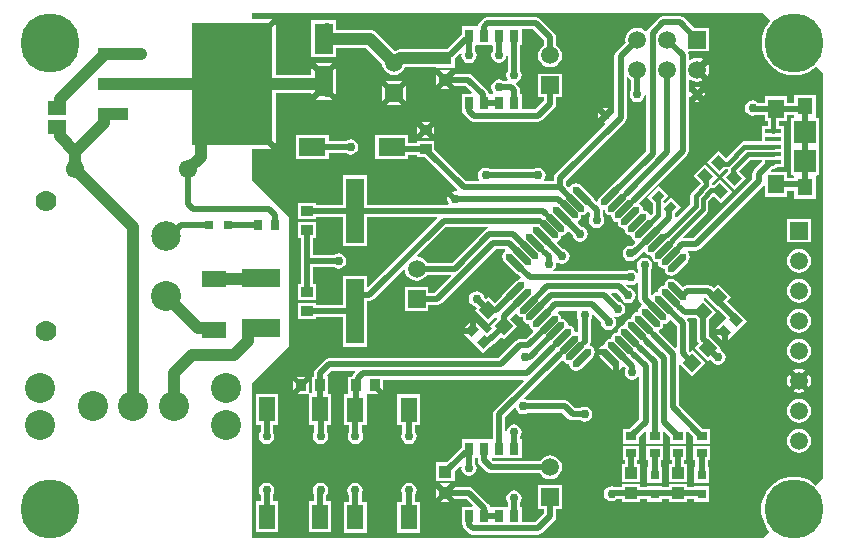
<source format=gtl>
G04*
G04 #@! TF.GenerationSoftware,Altium Limited,Altium Designer,19.0.12 (326)*
G04*
G04 Layer_Physical_Order=1*
G04 Layer_Color=255*
%FSLAX25Y25*%
%MOIN*%
G70*
G01*
G75*
%ADD45R,0.03937X0.03937*%
%ADD59R,0.08268X0.05512*%
%ADD60R,0.12598X0.05906*%
%ADD61R,0.05315X0.01575*%
%ADD62R,0.05512X0.06299*%
%ADD63R,0.05118X0.05709*%
%ADD64R,0.07480X0.07480*%
%ADD65R,0.06102X0.04921*%
%ADD66R,0.27165X0.41142*%
%ADD67R,0.10039X0.04134*%
%ADD68R,0.06299X0.10236*%
%ADD69R,0.02992X0.04331*%
%ADD70R,0.04331X0.04331*%
%ADD71R,0.03937X0.03543*%
G04:AMPARAMS|DCode=72|XSize=35.43mil|YSize=27.56mil|CornerRadius=0mil|HoleSize=0mil|Usage=FLASHONLY|Rotation=225.000|XOffset=0mil|YOffset=0mil|HoleType=Round|Shape=Rectangle|*
%AMROTATEDRECTD72*
4,1,4,0.00278,0.02227,0.02227,0.00278,-0.00278,-0.02227,-0.02227,-0.00278,0.00278,0.02227,0.0*
%
%ADD72ROTATEDRECTD72*%

G04:AMPARAMS|DCode=73|XSize=39.37mil|YSize=35.43mil|CornerRadius=0mil|HoleSize=0mil|Usage=FLASHONLY|Rotation=135.000|XOffset=0mil|YOffset=0mil|HoleType=Round|Shape=Rectangle|*
%AMROTATEDRECTD73*
4,1,4,0.02645,-0.00139,0.00139,-0.02645,-0.02645,0.00139,-0.00139,0.02645,0.02645,-0.00139,0.0*
%
%ADD73ROTATEDRECTD73*%

G04:AMPARAMS|DCode=74|XSize=35.43mil|YSize=31.5mil|CornerRadius=0mil|HoleSize=0mil|Usage=FLASHONLY|Rotation=315.000|XOffset=0mil|YOffset=0mil|HoleType=Round|Shape=Rectangle|*
%AMROTATEDRECTD74*
4,1,4,-0.02366,0.00139,-0.00139,0.02366,0.02366,-0.00139,0.00139,-0.02366,-0.02366,0.00139,0.0*
%
%ADD74ROTATEDRECTD74*%

%ADD75P,0.06125X4X180.0*%
%ADD76P,0.06125X4X90.0*%
G04:AMPARAMS|DCode=77|XSize=35.43mil|YSize=31.5mil|CornerRadius=0mil|HoleSize=0mil|Usage=FLASHONLY|Rotation=225.000|XOffset=0mil|YOffset=0mil|HoleType=Round|Shape=Rectangle|*
%AMROTATEDRECTD77*
4,1,4,0.00139,0.02366,0.02366,0.00139,-0.00139,-0.02366,-0.02366,-0.00139,0.00139,0.02366,0.0*
%
%ADD77ROTATEDRECTD77*%

%ADD78R,0.03543X0.03937*%
%ADD79R,0.02756X0.03543*%
%ADD80R,0.03150X0.03150*%
%ADD81R,0.03150X0.03150*%
%ADD82R,0.05500X0.08300*%
%ADD83R,0.03543X0.02756*%
%ADD84R,0.05906X0.21654*%
%ADD85R,0.09055X0.05906*%
G04:AMPARAMS|DCode=86|XSize=23.62mil|YSize=80.71mil|CornerRadius=0mil|HoleSize=0mil|Usage=FLASHONLY|Rotation=225.000|XOffset=0mil|YOffset=0mil|HoleType=Round|Shape=Round|*
%AMOVALD86*
21,1,0.05709,0.02362,0.00000,0.00000,315.0*
1,1,0.02362,-0.02018,0.02018*
1,1,0.02362,0.02018,-0.02018*
%
%ADD86OVALD86*%

G04:AMPARAMS|DCode=87|XSize=23.62mil|YSize=80.71mil|CornerRadius=0mil|HoleSize=0mil|Usage=FLASHONLY|Rotation=315.000|XOffset=0mil|YOffset=0mil|HoleType=Round|Shape=Round|*
%AMOVALD87*
21,1,0.05709,0.02362,0.00000,0.00000,45.0*
1,1,0.02362,-0.02018,-0.02018*
1,1,0.02362,0.02018,0.02018*
%
%ADD87OVALD87*%

%ADD88C,0.02000*%
%ADD89C,0.01575*%
%ADD90C,0.04000*%
%ADD91C,0.01500*%
%ADD92C,0.10000*%
%ADD93C,0.09843*%
%ADD94C,0.07000*%
%ADD95C,0.19685*%
%ADD96R,0.05906X0.05906*%
%ADD97C,0.05906*%
%ADD98C,0.06102*%
%ADD99R,0.05906X0.05906*%
%ADD100C,0.03000*%
G36*
X252984Y175612D02*
X252144Y174629D01*
X251252Y173174D01*
X250599Y171597D01*
X250201Y169938D01*
X250067Y168236D01*
X250201Y166535D01*
X250599Y164875D01*
X251252Y163299D01*
X252144Y161844D01*
X253253Y160546D01*
X254550Y159437D01*
X256005Y158546D01*
X257582Y157893D01*
X259242Y157494D01*
X260943Y157360D01*
X262645Y157494D01*
X264304Y157893D01*
X265881Y158546D01*
X267336Y159437D01*
X268319Y160277D01*
X270510Y158086D01*
Y23000D01*
X268161Y20651D01*
X267139Y21523D01*
X265684Y22415D01*
X264107Y23068D01*
X262448Y23467D01*
X260746Y23600D01*
X259045Y23467D01*
X257385Y23068D01*
X255809Y22415D01*
X254353Y21523D01*
X253056Y20415D01*
X251947Y19117D01*
X251056Y17662D01*
X250402Y16085D01*
X250004Y14426D01*
X249870Y12724D01*
X250004Y11023D01*
X250402Y9364D01*
X251056Y7787D01*
X251947Y6332D01*
X252820Y5310D01*
X250510Y3000D01*
X80010D01*
Y54510D01*
X92510Y67010D01*
Y110000D01*
X80010Y122500D01*
Y132929D01*
X85947D01*
X86144Y132890D01*
X86341Y132929D01*
X86730D01*
X72854Y146805D01*
X74268Y148219D01*
X88144Y134343D01*
Y134732D01*
X88183Y134929D01*
X88144Y135126D01*
Y151474D01*
X99860D01*
Y150709D01*
X103303Y154152D01*
X104010Y153445D01*
X104717Y154152D01*
X108160Y150709D01*
Y152099D01*
X108186Y152295D01*
X108160Y152492D01*
Y160117D01*
X104717Y156675D01*
X104010Y157382D01*
X103303Y156675D01*
X99860Y160117D01*
Y157526D01*
X88144D01*
Y174657D01*
X74268Y160781D01*
X72854Y162195D01*
X86730Y176071D01*
X80010D01*
Y178000D01*
X250596D01*
X252984Y175612D01*
D02*
G37*
%LPC*%
G36*
X222945Y177039D02*
X217335D01*
X216554Y176884D01*
X215893Y176442D01*
X212248Y172797D01*
X211934Y172327D01*
X211794Y172267D01*
X211405Y172216D01*
X211316Y172234D01*
X210636Y172756D01*
X209674Y173154D01*
X208642Y173290D01*
X207610Y173154D01*
X206649Y172756D01*
X205823Y172122D01*
X205190Y171297D01*
X204791Y170335D01*
X204655Y169303D01*
X204784Y168328D01*
X201568Y165113D01*
X201126Y164451D01*
X200971Y163671D01*
Y144492D01*
X200471Y144443D01*
X200371Y144947D01*
X198717Y143293D01*
X197064Y141639D01*
X197681Y141516D01*
X197846Y140974D01*
X181314Y124442D01*
X180872Y123780D01*
X180716Y123000D01*
Y122156D01*
X177886D01*
X177619Y122656D01*
X177865Y123025D01*
X178059Y124000D01*
X177865Y124976D01*
X177312Y125802D01*
X176485Y126355D01*
X175510Y126549D01*
X174534Y126355D01*
X174062Y126039D01*
X159458D01*
X158985Y126355D01*
X158010Y126549D01*
X157035Y126355D01*
X156208Y125802D01*
X155655Y124976D01*
X155461Y124000D01*
X155655Y123025D01*
X155901Y122656D01*
X155634Y122156D01*
X151588D01*
X140979Y132766D01*
Y135622D01*
X135041D01*
Y134890D01*
X132227D01*
Y137453D01*
X121171D01*
Y129547D01*
X132227D01*
Y130811D01*
X135041D01*
Y130079D01*
X137898D01*
X148720Y119256D01*
X148706Y119142D01*
X148151Y118742D01*
X147708Y118830D01*
X146762Y118642D01*
X148415Y116988D01*
X147001Y115574D01*
X145348Y117228D01*
X145159Y116281D01*
X145353Y115306D01*
X145710Y114771D01*
X145443Y114271D01*
X118463D01*
Y124059D01*
X110557D01*
Y114170D01*
X101479D01*
Y114903D01*
X95542D01*
Y109359D01*
X101479D01*
Y110092D01*
X110557D01*
Y100406D01*
X118463D01*
Y110193D01*
X141721D01*
X141912Y109731D01*
X118925Y86744D01*
X118463Y86935D01*
Y90595D01*
X110557D01*
Y80890D01*
X101479D01*
Y81622D01*
X95542D01*
Y76079D01*
X101479D01*
Y76811D01*
X110557D01*
Y66941D01*
X118463D01*
Y82187D01*
X119291D01*
X120071Y82342D01*
X120733Y82784D01*
X130562Y92613D01*
X131090Y92434D01*
X131159Y91909D01*
X131557Y90948D01*
X132191Y90122D01*
X133017Y89488D01*
X133978Y89090D01*
X135010Y88954D01*
X136042Y89090D01*
X137003Y89488D01*
X137829Y90122D01*
X138428Y90902D01*
X146375D01*
X146566Y90440D01*
X141106Y84980D01*
X138963D01*
Y86894D01*
X131057D01*
Y78988D01*
X138963D01*
Y80902D01*
X141951D01*
X142731Y81057D01*
X143393Y81499D01*
X161355Y99461D01*
X164457D01*
X164637Y99241D01*
X164541Y98612D01*
X164320Y98464D01*
X163838Y97743D01*
X163669Y96892D01*
X163838Y96041D01*
X164320Y95319D01*
X168357Y91283D01*
X169078Y90801D01*
X169106Y90795D01*
X169772Y90129D01*
X169607Y89587D01*
X169078Y89481D01*
X168357Y88999D01*
X164320Y84963D01*
X163992Y84471D01*
X163463Y83942D01*
X163265Y83647D01*
X161053Y81434D01*
X159004Y83482D01*
X158208Y82686D01*
X157461Y83433D01*
X157365Y83916D01*
X156812Y84743D01*
X155985Y85296D01*
X155010Y85490D01*
X154034Y85296D01*
X153208Y84743D01*
X152655Y83916D01*
X152461Y82941D01*
X152655Y81966D01*
X153208Y81138D01*
X154034Y80586D01*
X154666Y80461D01*
X155324Y79802D01*
X154528Y79005D01*
X159004Y74529D01*
X161186Y76710D01*
X161691Y76509D01*
X161701Y76156D01*
X159539Y73994D01*
X160335Y73198D01*
X158783Y71646D01*
X158283D01*
X157470Y72460D01*
X157244Y72685D01*
X154701Y75229D01*
Y72588D01*
X153422D01*
Y71310D01*
X150781D01*
X153325Y68766D01*
X153550Y68540D01*
X153776Y68315D01*
X157319Y64771D01*
X159546Y66998D01*
X159713Y67109D01*
X160069Y67465D01*
X160170Y67485D01*
X160831Y67927D01*
X163219Y70314D01*
X164015Y69518D01*
X168492Y73994D01*
X166164Y76323D01*
X167839Y77998D01*
X168429Y77881D01*
X168774Y77363D01*
X169496Y76881D01*
X170347Y76712D01*
X170350Y76709D01*
X170519Y75858D01*
X171002Y75136D01*
X171723Y74654D01*
X172574Y74485D01*
X172577Y74482D01*
X172747Y73631D01*
X173229Y72909D01*
X173746Y72563D01*
X173863Y71973D01*
X171429Y69539D01*
X169510D01*
X168730Y69384D01*
X168068Y68942D01*
X162165Y63039D01*
X105860D01*
X105080Y62884D01*
X104418Y62442D01*
X101418Y59442D01*
X100976Y58780D01*
X100821Y58000D01*
Y56968D01*
X100088D01*
Y51610D01*
X99832Y51354D01*
X99521Y51407D01*
X99332Y51492D01*
Y55554D01*
X97268Y53490D01*
X96561Y54197D01*
X96364Y54000D01*
X97268Y53096D01*
X95203Y51032D01*
X98926D01*
X99110Y51032D01*
X99110Y50849D01*
Y40957D01*
X100971D01*
Y38448D01*
X100655Y37975D01*
X100461Y37000D01*
X100655Y36025D01*
X101208Y35198D01*
X102034Y34645D01*
X103010Y34451D01*
X103985Y34645D01*
X104812Y35198D01*
X105365Y36025D01*
X105559Y37000D01*
X105365Y37975D01*
X105049Y38448D01*
Y40957D01*
X106610D01*
Y51257D01*
X105632D01*
Y56968D01*
X105419D01*
X105212Y57468D01*
X106705Y58961D01*
X114434D01*
X114625Y58499D01*
X114190Y58064D01*
X113748Y57402D01*
X113662Y56968D01*
X112089D01*
Y51103D01*
X110910D01*
Y40803D01*
X112621D01*
Y38448D01*
X112305Y37975D01*
X112111Y37000D01*
X112305Y36025D01*
X112858Y35198D01*
X113684Y34645D01*
X114660Y34451D01*
X115635Y34645D01*
X116462Y35198D01*
X117015Y36025D01*
X117209Y37000D01*
X117015Y37975D01*
X116699Y38448D01*
Y40803D01*
X118410D01*
Y51032D01*
X122517D01*
X120452Y53096D01*
X121867Y54510D01*
X123931Y52446D01*
Y55961D01*
X170560D01*
X170751Y55499D01*
X161068Y45816D01*
X160626Y45154D01*
X160471Y44374D01*
Y36191D01*
X160006Y36106D01*
X159514Y36106D01*
X155506D01*
X155014Y36106D01*
X154514Y36106D01*
X150014D01*
Y33292D01*
X149903Y33217D01*
X145114Y28429D01*
X141345D01*
Y22098D01*
X147675D01*
Y25223D01*
X149575Y27122D01*
X150036Y26876D01*
X149961Y26500D01*
X150155Y25525D01*
X150708Y24698D01*
X151534Y24145D01*
X152510Y23951D01*
X153485Y24145D01*
X154312Y24698D01*
X154865Y25525D01*
X155059Y26500D01*
X154865Y27476D01*
X154549Y27948D01*
Y29691D01*
X155010Y29775D01*
X155471Y29691D01*
Y29000D01*
X155626Y28220D01*
X156068Y27558D01*
X158348Y25279D01*
X159009Y24836D01*
X159790Y24681D01*
X176092D01*
X176691Y23901D01*
X177517Y23268D01*
X178478Y22870D01*
X179510Y22734D01*
X180542Y22870D01*
X181503Y23268D01*
X182329Y23901D01*
X182963Y24727D01*
X183361Y25689D01*
X183497Y26720D01*
X183361Y27752D01*
X182963Y28714D01*
X182329Y29540D01*
X181503Y30173D01*
X180542Y30571D01*
X179510Y30707D01*
X178478Y30571D01*
X177517Y30173D01*
X176691Y29540D01*
X176092Y28760D01*
X160634D01*
X160118Y29276D01*
X160325Y29776D01*
X160506Y29776D01*
X164514D01*
X165006Y29776D01*
X165506Y29776D01*
X170006D01*
Y36106D01*
X169549D01*
Y37052D01*
X169865Y37525D01*
X170059Y38500D01*
X169865Y39476D01*
X169312Y40302D01*
X168485Y40855D01*
X167510Y41049D01*
X166534Y40855D01*
X165708Y40302D01*
X165155Y39476D01*
X165049Y38943D01*
X164549Y38993D01*
Y43529D01*
X167596Y46576D01*
X168074Y46431D01*
X168155Y46025D01*
X168708Y45198D01*
X169535Y44645D01*
X170510Y44451D01*
X171485Y44645D01*
X171958Y44961D01*
X183539D01*
X185568Y42932D01*
X186230Y42490D01*
X187010Y42334D01*
X189562D01*
X190034Y42019D01*
X191010Y41825D01*
X191985Y42019D01*
X192812Y42571D01*
X193365Y43398D01*
X193559Y44374D01*
X193365Y45349D01*
X192812Y46176D01*
X191985Y46729D01*
X191010Y46923D01*
X190034Y46729D01*
X189562Y46413D01*
X187855D01*
X185826Y48442D01*
X185164Y48884D01*
X184384Y49039D01*
X171958D01*
X171485Y49355D01*
X171080Y49436D01*
X170934Y49914D01*
X183428Y62408D01*
X184019Y62291D01*
X184364Y61774D01*
X185086Y61292D01*
X185937Y61122D01*
X185940Y61119D01*
X186109Y60268D01*
X186591Y59547D01*
X187313Y59065D01*
X188164Y58895D01*
X189015Y59065D01*
X189736Y59547D01*
X193773Y63583D01*
X194255Y64305D01*
X194424Y65156D01*
X194255Y66007D01*
X193773Y66728D01*
X193160Y67138D01*
X192894Y67639D01*
X193049Y68419D01*
Y76052D01*
X193365Y76525D01*
X193536Y77383D01*
X194006Y77620D01*
X196488Y75138D01*
X196461Y75000D01*
X196655Y74025D01*
X197208Y73198D01*
X198035Y72645D01*
X199010Y72451D01*
X199985Y72645D01*
X200812Y73198D01*
X201365Y74025D01*
X201559Y75000D01*
X201365Y75976D01*
X200890Y76686D01*
X201172Y77118D01*
X202010Y76951D01*
X202985Y77145D01*
X203812Y77698D01*
X204365Y78525D01*
X204559Y79500D01*
X204365Y80475D01*
X203812Y81302D01*
X202985Y81855D01*
X202428Y81966D01*
X199895Y84499D01*
X200086Y84961D01*
X201665D01*
X203044Y83582D01*
X203155Y83025D01*
X203708Y82198D01*
X204535Y81645D01*
X205510Y81451D01*
X206485Y81645D01*
X207312Y82198D01*
X207865Y83025D01*
X208059Y84000D01*
X207865Y84975D01*
X207312Y85802D01*
X206485Y86355D01*
X205928Y86466D01*
X204979Y87415D01*
X205297Y87803D01*
X205535Y87645D01*
X206510Y87451D01*
X207485Y87645D01*
X208312Y88198D01*
X208471Y88435D01*
X208971Y88283D01*
Y82954D01*
X209126Y82174D01*
X209568Y81512D01*
X210054Y81027D01*
X209937Y80437D01*
X209419Y80091D01*
X208937Y79369D01*
X208768Y78518D01*
X208765Y78515D01*
X207913Y78346D01*
X207192Y77864D01*
X206710Y77142D01*
X206541Y76291D01*
X206537Y76288D01*
X205686Y76119D01*
X204965Y75637D01*
X204483Y74915D01*
X204314Y74064D01*
X204310Y74061D01*
X203459Y73892D01*
X202738Y73409D01*
X202256Y72688D01*
X202086Y71837D01*
X202083Y71834D01*
X201232Y71664D01*
X200511Y71182D01*
X200029Y70461D01*
X199859Y69610D01*
X199856Y69607D01*
X199005Y69437D01*
X198284Y68955D01*
X197802Y68234D01*
X197632Y67383D01*
X197629Y67379D01*
X196778Y67210D01*
X196056Y66728D01*
X195674Y66156D01*
X197629D01*
Y64156D01*
X195674D01*
X196056Y63583D01*
X200093Y59547D01*
X200666Y59164D01*
Y61119D01*
X202666D01*
Y59164D01*
X203238Y59547D01*
X203584Y60064D01*
X204174Y60181D01*
X204681Y59674D01*
X204549Y59475D01*
X204355Y58500D01*
X204549Y57525D01*
X205101Y56698D01*
X205928Y56145D01*
X206904Y55951D01*
X207879Y56145D01*
X208706Y56698D01*
X208804Y56844D01*
X209304Y56693D01*
Y42678D01*
X206004Y39378D01*
X203738D01*
Y34622D01*
X209282D01*
Y36888D01*
X211110Y38716D01*
X211572Y38525D01*
Y34622D01*
X217115D01*
Y38524D01*
X217577Y38716D01*
X219405Y36888D01*
Y34622D01*
X224948D01*
Y38525D01*
X225410Y38716D01*
X227238Y36888D01*
Y34622D01*
X232782D01*
Y39378D01*
X230516D01*
X222382Y47511D01*
Y60933D01*
X222883Y61140D01*
X227005Y57018D01*
X231481Y61494D01*
X227005Y65971D01*
X226208Y65175D01*
X225761Y65621D01*
Y74696D01*
X225761Y74696D01*
X225606Y75477D01*
X225286Y75955D01*
X225521Y76455D01*
X228067D01*
X228465Y76057D01*
Y69665D01*
X228621Y68884D01*
X229063Y68223D01*
X229159Y68126D01*
X227539Y66505D01*
X232015Y62029D01*
X232812Y62825D01*
X233241Y62397D01*
X233708Y61698D01*
X234535Y61145D01*
X235510Y60951D01*
X236485Y61145D01*
X237312Y61698D01*
X237865Y62525D01*
X238059Y63500D01*
X237865Y64476D01*
X237312Y65302D01*
X236523Y65830D01*
X236446Y65932D01*
X236323Y66337D01*
X236492Y66505D01*
X233569Y69428D01*
X233457Y69595D01*
X232544Y70509D01*
Y76057D01*
X234981Y78495D01*
X230841Y82634D01*
X230682Y82794D01*
X230831Y83276D01*
X231220Y83324D01*
X235515Y79029D01*
X235646Y79160D01*
X238046Y76760D01*
X238046Y76260D01*
X237550Y75764D01*
X237325Y75539D01*
X234781Y72995D01*
X237422D01*
Y71716D01*
X238701D01*
X238701Y69075D01*
X241244Y71619D01*
X241470Y71845D01*
X241695Y72070D01*
X245239Y75614D01*
X241319Y79534D01*
X241180Y79394D01*
X238530Y82044D01*
X239992Y83505D01*
X235515Y87982D01*
X234054Y86520D01*
X233723Y86850D01*
X233062Y87292D01*
X232282Y87448D01*
X225290D01*
X225289Y87448D01*
X224509Y87292D01*
X223848Y86850D01*
X223417Y87055D01*
X221473Y88999D01*
X220751Y89481D01*
X219900Y89651D01*
X219049Y89481D01*
X218328Y88999D01*
X217846Y88278D01*
X217676Y87427D01*
X217673Y87423D01*
X216822Y87254D01*
X216101Y86772D01*
X215618Y86051D01*
X215449Y85200D01*
X215446Y85196D01*
X214595Y85027D01*
X213873Y84545D01*
X213549Y84060D01*
X213049Y84211D01*
Y92552D01*
X213365Y93025D01*
X213559Y94000D01*
X213365Y94976D01*
X212812Y95802D01*
X211985Y96355D01*
X211010Y96549D01*
X210034Y96355D01*
X209208Y95802D01*
X208655Y94976D01*
X208461Y94000D01*
X208655Y93025D01*
X208971Y92552D01*
Y91717D01*
X208471Y91565D01*
X208312Y91802D01*
X207485Y92355D01*
X206510Y92549D01*
X205535Y92355D01*
X205062Y92039D01*
X180727D01*
X180575Y92539D01*
X180812Y92698D01*
X181365Y93525D01*
X181559Y94500D01*
X181492Y94835D01*
X181942Y95135D01*
X182525Y94746D01*
X183501Y94552D01*
X184476Y94746D01*
X185303Y95298D01*
X185856Y96125D01*
X186050Y97101D01*
X185856Y98076D01*
X185303Y98903D01*
X184476Y99456D01*
X183919Y99567D01*
X182003Y101483D01*
X182120Y102073D01*
X182637Y102418D01*
X183119Y103140D01*
X183289Y103991D01*
X183292Y103994D01*
X184143Y104163D01*
X184864Y104646D01*
X185263Y105242D01*
X185822Y105390D01*
X187130Y104082D01*
X187241Y103525D01*
X187793Y102698D01*
X188620Y102145D01*
X189596Y101951D01*
X190571Y102145D01*
X191398Y102698D01*
X191951Y103525D01*
X192145Y104500D01*
X191951Y105475D01*
X191398Y106302D01*
X190571Y106855D01*
X190014Y106966D01*
X188794Y108186D01*
X188880Y108807D01*
X189319Y109100D01*
X189801Y109821D01*
X189970Y110672D01*
X189973Y110676D01*
X190824Y110845D01*
X191546Y111327D01*
X191909Y111871D01*
X192489Y111999D01*
X192971Y111517D01*
Y110448D01*
X192655Y109976D01*
X192461Y109000D01*
X192655Y108025D01*
X193208Y107198D01*
X194035Y106645D01*
X195010Y106451D01*
X195985Y106645D01*
X196812Y107198D01*
X197365Y108025D01*
X197559Y109000D01*
X197365Y109976D01*
X197049Y110448D01*
Y112262D01*
X197258Y112494D01*
X197502Y112648D01*
X197694Y112589D01*
X197802Y112048D01*
X198284Y111327D01*
X199005Y110845D01*
X199856Y110676D01*
X199859Y110672D01*
X200029Y109821D01*
X200511Y109100D01*
X201232Y108618D01*
X202083Y108448D01*
X202086Y108445D01*
X202256Y107594D01*
X202738Y106873D01*
X203459Y106391D01*
X204310Y106221D01*
X204314Y106218D01*
X204483Y105367D01*
X204965Y104646D01*
X205686Y104163D01*
X206537Y103994D01*
X206541Y103991D01*
X206710Y103140D01*
X207192Y102418D01*
X207710Y102073D01*
X207827Y101483D01*
X206792Y100447D01*
X206282Y100549D01*
X205306Y100355D01*
X204479Y99802D01*
X203927Y98975D01*
X203733Y98000D01*
X203927Y97025D01*
X204479Y96198D01*
X205306Y95645D01*
X206282Y95451D01*
X207257Y95645D01*
X207942Y96103D01*
X208008Y96116D01*
X208670Y96558D01*
X210711Y98599D01*
X211300Y98482D01*
X211646Y97964D01*
X212368Y97482D01*
X213219Y97313D01*
X213222Y97309D01*
X213391Y96459D01*
X213873Y95737D01*
X214595Y95255D01*
X215446Y95086D01*
X215449Y95082D01*
X215618Y94231D01*
X216101Y93510D01*
X216822Y93028D01*
X217673Y92859D01*
X217676Y92855D01*
X217846Y92004D01*
X218328Y91283D01*
X219049Y90801D01*
X219900Y90632D01*
X220751Y90801D01*
X221473Y91283D01*
X225509Y95319D01*
X225991Y96041D01*
X226161Y96892D01*
X225991Y97743D01*
X225509Y98464D01*
X225666Y98961D01*
X228010D01*
X228790Y99116D01*
X229452Y99558D01*
X250452Y120558D01*
X250452Y120558D01*
X250608Y120792D01*
X251108Y120641D01*
Y116870D01*
X258620D01*
Y118980D01*
X260951D01*
Y116279D01*
X268069D01*
Y123988D01*
X268501Y124153D01*
X269250D01*
Y133602D01*
Y143082D01*
X268501D01*
X268069Y143248D01*
Y150956D01*
X260951D01*
Y148256D01*
X258620D01*
Y150366D01*
X251108D01*
Y148256D01*
X248844D01*
X248812Y148302D01*
X247985Y148855D01*
X247010Y149049D01*
X246035Y148855D01*
X245208Y148302D01*
X244655Y147476D01*
X244461Y146500D01*
X244655Y145525D01*
X245208Y144698D01*
X246035Y144145D01*
X247010Y143951D01*
X247985Y144145D01*
X248033Y144177D01*
X251108D01*
Y142067D01*
X252156D01*
Y140523D01*
X250321D01*
Y135373D01*
X244331D01*
X243648Y135237D01*
X243069Y134850D01*
X238051Y129832D01*
X235598Y132286D01*
X231678Y128366D01*
X235876Y124168D01*
X237878Y126171D01*
X238681D01*
Y125369D01*
X236678Y123366D01*
X240876Y119168D01*
X244796Y123088D01*
X242342Y125541D01*
X246105Y129304D01*
X250321D01*
Y128695D01*
X247568Y125942D01*
X247126Y125280D01*
X246971Y124500D01*
Y122845D01*
X227165Y103039D01*
X223947D01*
X223740Y103539D01*
X231772Y111571D01*
X232158Y112150D01*
X232294Y112833D01*
Y115493D01*
X233969Y117167D01*
X236422Y114714D01*
X240342Y118634D01*
X236144Y122832D01*
X234141Y120830D01*
X233340D01*
Y121632D01*
X235342Y123634D01*
X231144Y127832D01*
X227224Y123912D01*
X229678Y121459D01*
X226748Y118529D01*
X226361Y117951D01*
X226226Y117268D01*
Y114608D01*
X221720Y110101D01*
X221219Y110309D01*
Y111449D01*
X223100Y113330D01*
X219737Y116693D01*
X217837Y114793D01*
X217351Y114981D01*
X217312Y115337D01*
X219203Y117227D01*
X215840Y120590D01*
X211920Y116670D01*
X213697Y114893D01*
Y111447D01*
X213124Y110874D01*
X212646Y111019D01*
X212629Y111106D01*
X212147Y111827D01*
X211425Y112309D01*
X210574Y112478D01*
X210571Y112482D01*
X210402Y113333D01*
X209920Y114054D01*
X209402Y114400D01*
X209285Y114990D01*
X225131Y130836D01*
X225573Y131498D01*
X225729Y132279D01*
Y150270D01*
X226229Y150319D01*
X226282Y150054D01*
X227228Y151000D01*
X226282Y151946D01*
X226229Y151681D01*
X225729Y151730D01*
Y155926D01*
X226229Y156173D01*
X226649Y155850D01*
X227610Y155452D01*
X228642Y155316D01*
X229674Y155452D01*
X230636Y155850D01*
X230661Y155870D01*
X227935Y158596D01*
X228642Y159303D01*
X227935Y160010D01*
X230661Y162736D01*
X230636Y162756D01*
X229674Y163154D01*
X228642Y163290D01*
X227610Y163154D01*
X226649Y162756D01*
X226229Y162434D01*
X225729Y162680D01*
Y164256D01*
X225729Y164256D01*
X225610Y164850D01*
X225919Y165350D01*
X232595D01*
Y173256D01*
X227573D01*
X224387Y176442D01*
X223726Y176884D01*
X222945Y177039D01*
D02*
G37*
G36*
X174774Y176775D02*
X158630D01*
X157850Y176620D01*
X157188Y176178D01*
X157188Y176178D01*
X156017Y175007D01*
X155575Y174345D01*
X155471Y173822D01*
X155006Y173736D01*
X154514Y173736D01*
X150014D01*
Y170922D01*
X149903Y170847D01*
X145264Y166209D01*
X141345D01*
Y166069D01*
X129569D01*
X129569Y166069D01*
X128786Y165966D01*
X128056Y165664D01*
X127812Y165477D01*
X121563Y171726D01*
X120936Y172207D01*
X120206Y172509D01*
X119423Y172613D01*
X108266D01*
X108186Y172705D01*
X108160Y172901D01*
Y175705D01*
X105356D01*
X105160Y175731D01*
X104963Y175705D01*
X99860D01*
Y163469D01*
X108160D01*
Y166561D01*
X118170D01*
X123567Y161163D01*
X123659Y160468D01*
X124057Y159507D01*
X124691Y158681D01*
X125517Y158047D01*
X126478Y157649D01*
X127510Y157513D01*
X128542Y157649D01*
X129503Y158047D01*
X130329Y158681D01*
X130963Y159507D01*
X131174Y160017D01*
X141345D01*
Y159878D01*
X147675D01*
Y162852D01*
X149607Y164784D01*
X150068Y164538D01*
X149961Y164000D01*
X150155Y163025D01*
X150708Y162198D01*
X151534Y161645D01*
X152510Y161451D01*
X153485Y161645D01*
X154312Y162198D01*
X154865Y163025D01*
X155059Y164000D01*
X154865Y164976D01*
X154549Y165448D01*
Y167321D01*
X155014Y167405D01*
X155506Y167405D01*
X160006D01*
X160006Y167405D01*
X160471Y167321D01*
Y165657D01*
X160155Y165184D01*
X159961Y164209D01*
X160155Y163233D01*
X160708Y162406D01*
X161535Y161854D01*
X162510Y161660D01*
X163485Y161854D01*
X164312Y162406D01*
X164865Y163233D01*
X164971Y163766D01*
X165471Y163716D01*
Y158948D01*
X165155Y158475D01*
X164961Y157500D01*
X165155Y156525D01*
X165479Y156039D01*
X165212Y155539D01*
X163958D01*
X163485Y155855D01*
X162510Y156049D01*
X161535Y155855D01*
X160708Y155302D01*
X160155Y154475D01*
X159961Y153500D01*
X160155Y152525D01*
X160642Y151795D01*
X160478Y151295D01*
X160014Y151295D01*
Y151295D01*
X160006D01*
Y151295D01*
X159019D01*
X158898Y151904D01*
X158456Y152566D01*
X153623Y157399D01*
X152961Y157841D01*
X152181Y157996D01*
X147963D01*
X145924Y155957D01*
X147963Y153918D01*
X151336D01*
X153497Y151757D01*
X153305Y151295D01*
X150014D01*
Y144965D01*
X150577D01*
X150626Y144720D01*
X151068Y144058D01*
X152603Y142523D01*
X153265Y142081D01*
X154045Y141925D01*
X175510D01*
X176290Y142081D01*
X176952Y142523D01*
X180952Y146523D01*
X181394Y147184D01*
X181549Y147965D01*
Y150047D01*
X183463D01*
Y157953D01*
X175557D01*
Y150047D01*
X177471D01*
Y148809D01*
X174665Y146004D01*
X170006D01*
Y151295D01*
X169549D01*
Y152500D01*
X169394Y153280D01*
X168952Y153942D01*
X168296Y154598D01*
X168461Y155140D01*
X168485Y155145D01*
X169312Y155698D01*
X169865Y156525D01*
X170059Y157500D01*
X169865Y158475D01*
X169549Y158948D01*
Y167405D01*
X170006D01*
Y172697D01*
X173929D01*
X177471Y169155D01*
Y167418D01*
X176691Y166819D01*
X176057Y165993D01*
X175659Y165032D01*
X175523Y164000D01*
X175659Y162968D01*
X176057Y162007D01*
X176691Y161181D01*
X177517Y160547D01*
X178478Y160149D01*
X179510Y160013D01*
X180542Y160149D01*
X181503Y160547D01*
X182329Y161181D01*
X182963Y162007D01*
X183361Y162968D01*
X183497Y164000D01*
X183361Y165032D01*
X182963Y165993D01*
X182329Y166819D01*
X181549Y167418D01*
Y170000D01*
X181394Y170780D01*
X180952Y171442D01*
X176216Y176178D01*
X175554Y176620D01*
X174774Y176775D01*
D02*
G37*
G36*
X106745Y161531D02*
X101275D01*
X104010Y158796D01*
X106745Y161531D01*
D02*
G37*
G36*
X146261Y159122D02*
X142759D01*
X144510Y157371D01*
X146261Y159122D01*
D02*
G37*
G36*
X232075Y161322D02*
X230057Y159303D01*
X232075Y157284D01*
X232095Y157310D01*
X232493Y158271D01*
X232629Y159303D01*
X232493Y160335D01*
X232095Y161297D01*
X232075Y161322D01*
D02*
G37*
G36*
X141345Y157708D02*
Y154206D01*
X143096Y155957D01*
X141345Y157708D01*
D02*
G37*
G36*
X130049Y155453D02*
X124971D01*
X127510Y152914D01*
X130049Y155453D01*
D02*
G37*
G36*
X144510Y154543D02*
X142759Y152791D01*
X146261D01*
X144510Y154543D01*
D02*
G37*
G36*
X228642Y153549D02*
X227696Y153361D01*
X228642Y152414D01*
X229589Y153361D01*
X228642Y153549D01*
D02*
G37*
G36*
X231003Y151946D02*
X230057Y151000D01*
X231003Y150054D01*
X231191Y151000D01*
X231003Y151946D01*
D02*
G37*
G36*
X104010Y152031D02*
X101275Y149295D01*
X104963D01*
X105160Y149269D01*
X105356Y149295D01*
X106745D01*
X104010Y152031D01*
D02*
G37*
G36*
X123557Y154039D02*
Y148961D01*
X126096Y151500D01*
X123557Y154039D01*
D02*
G37*
G36*
X131463Y154039D02*
X128924Y151500D01*
X131463Y148961D01*
Y154039D01*
D02*
G37*
G36*
X228642Y149586D02*
X227696Y148639D01*
X228642Y148451D01*
X229589Y148639D01*
X228642Y149586D01*
D02*
G37*
G36*
X127510Y150086D02*
X124971Y147547D01*
X130049D01*
X127510Y150086D01*
D02*
G37*
G36*
X198010Y146549D02*
X197064Y146361D01*
X198010Y145414D01*
X198957Y146361D01*
X198010Y146549D01*
D02*
G37*
G36*
X195649Y144947D02*
X195461Y144000D01*
X195649Y143053D01*
X196596Y144000D01*
X195649Y144947D01*
D02*
G37*
G36*
X139564Y141921D02*
X136456D01*
X138010Y140367D01*
X139564Y141921D01*
D02*
G37*
G36*
X138010Y139347D02*
X137813Y139150D01*
X138010Y138953D01*
X138207Y139150D01*
X138010Y139347D01*
D02*
G37*
G36*
X135041Y140507D02*
Y137792D01*
X136399Y139150D01*
X135041Y140507D01*
D02*
G37*
G36*
X140979Y140507D02*
X139621Y139150D01*
X140979Y137792D01*
Y140507D01*
D02*
G37*
G36*
X138010Y137932D02*
X136456Y136378D01*
X139564D01*
X138010Y137932D01*
D02*
G37*
G36*
X105849Y137453D02*
X94793D01*
Y129547D01*
X105849D01*
Y131461D01*
X111562D01*
X112034Y131145D01*
X113010Y130951D01*
X113985Y131145D01*
X114812Y131698D01*
X115365Y132525D01*
X115559Y133500D01*
X115365Y134476D01*
X114812Y135302D01*
X113985Y135855D01*
X113010Y136049D01*
X112034Y135855D01*
X111562Y135539D01*
X105849D01*
Y137453D01*
D02*
G37*
G36*
X266463Y109601D02*
X258557D01*
Y101696D01*
X266463D01*
Y109601D01*
D02*
G37*
G36*
X101479Y108604D02*
X95542D01*
Y103060D01*
X96471D01*
Y95491D01*
Y87921D01*
X95542D01*
Y82378D01*
X101479D01*
Y87921D01*
X100549D01*
Y93452D01*
X107576D01*
X108035Y93145D01*
X109010Y92951D01*
X109985Y93145D01*
X110812Y93698D01*
X111365Y94525D01*
X111559Y95500D01*
X111365Y96475D01*
X110812Y97302D01*
X109985Y97855D01*
X109010Y98049D01*
X108035Y97855D01*
X107548Y97530D01*
X100549D01*
Y103060D01*
X101479D01*
Y108604D01*
D02*
G37*
G36*
X262510Y99635D02*
X261478Y99499D01*
X260517Y99101D01*
X259691Y98467D01*
X259057Y97642D01*
X258659Y96680D01*
X258523Y95648D01*
X258659Y94617D01*
X259057Y93655D01*
X259691Y92829D01*
X260517Y92196D01*
X261478Y91797D01*
X262510Y91662D01*
X263542Y91797D01*
X264503Y92196D01*
X265329Y92829D01*
X265963Y93655D01*
X266361Y94617D01*
X266497Y95648D01*
X266361Y96680D01*
X265963Y97642D01*
X265329Y98467D01*
X264503Y99101D01*
X263542Y99499D01*
X262510Y99635D01*
D02*
G37*
G36*
Y89635D02*
X261478Y89499D01*
X260517Y89101D01*
X259691Y88468D01*
X259057Y87642D01*
X258659Y86680D01*
X258523Y85648D01*
X258659Y84617D01*
X259057Y83655D01*
X259691Y82829D01*
X260517Y82196D01*
X261478Y81797D01*
X262510Y81661D01*
X263542Y81797D01*
X264503Y82196D01*
X265329Y82829D01*
X265963Y83655D01*
X266361Y84617D01*
X266497Y85648D01*
X266361Y86680D01*
X265963Y87642D01*
X265329Y88468D01*
X264503Y89101D01*
X263542Y89499D01*
X262510Y89635D01*
D02*
G37*
G36*
X152700Y75229D02*
X150781Y73309D01*
X152700D01*
Y75229D01*
D02*
G37*
G36*
X262510Y79635D02*
X261478Y79499D01*
X260517Y79101D01*
X259691Y78468D01*
X259057Y77642D01*
X258659Y76680D01*
X258523Y75648D01*
X258659Y74616D01*
X259057Y73655D01*
X259691Y72829D01*
X260517Y72196D01*
X261478Y71797D01*
X262510Y71662D01*
X263542Y71797D01*
X264503Y72196D01*
X265329Y72829D01*
X265963Y73655D01*
X266361Y74616D01*
X266497Y75648D01*
X266361Y76680D01*
X265963Y77642D01*
X265329Y78468D01*
X264503Y79101D01*
X263542Y79499D01*
X262510Y79635D01*
D02*
G37*
G36*
X234781Y70995D02*
X236701Y69075D01*
X236701Y70995D01*
X234781D01*
D02*
G37*
G36*
X262510Y69635D02*
X261478Y69499D01*
X260517Y69101D01*
X259691Y68467D01*
X259057Y67642D01*
X258659Y66680D01*
X258523Y65648D01*
X258659Y64617D01*
X259057Y63655D01*
X259691Y62829D01*
X260517Y62196D01*
X261478Y61797D01*
X262510Y61661D01*
X263542Y61797D01*
X264503Y62196D01*
X265329Y62829D01*
X265963Y63655D01*
X266361Y64617D01*
X266497Y65648D01*
X266361Y66680D01*
X265963Y67642D01*
X265329Y68467D01*
X264503Y69101D01*
X263542Y69499D01*
X262510Y69635D01*
D02*
G37*
G36*
Y59635D02*
X261478Y59499D01*
X260517Y59101D01*
X260491Y59082D01*
X262510Y57063D01*
X264529Y59082D01*
X264503Y59101D01*
X263542Y59499D01*
X262510Y59635D01*
D02*
G37*
G36*
X97918Y56968D02*
X95203D01*
X96561Y55611D01*
X97918Y56968D01*
D02*
G37*
G36*
X265943Y57667D02*
X263924Y55648D01*
X265943Y53629D01*
X265963Y53655D01*
X266361Y54616D01*
X266497Y55648D01*
X266361Y56680D01*
X265963Y57642D01*
X265943Y57667D01*
D02*
G37*
G36*
X259077Y57667D02*
X259057Y57642D01*
X258659Y56680D01*
X258523Y55648D01*
X258659Y54616D01*
X259057Y53655D01*
X259077Y53629D01*
X261096Y55648D01*
X259077Y57667D01*
D02*
G37*
G36*
X93789Y55554D02*
Y52446D01*
X95343Y54000D01*
X93789Y55554D01*
D02*
G37*
G36*
X262510Y54234D02*
X260491Y52215D01*
X260517Y52196D01*
X261478Y51797D01*
X262510Y51661D01*
X263542Y51797D01*
X264503Y52196D01*
X264529Y52215D01*
X262510Y54234D01*
D02*
G37*
G36*
X262510Y49635D02*
X261478Y49499D01*
X260517Y49101D01*
X259691Y48467D01*
X259057Y47642D01*
X258659Y46680D01*
X258523Y45648D01*
X258659Y44616D01*
X259057Y43655D01*
X259691Y42829D01*
X260517Y42196D01*
X261478Y41797D01*
X262510Y41662D01*
X263542Y41797D01*
X264503Y42196D01*
X265329Y42829D01*
X265963Y43655D01*
X266361Y44616D01*
X266497Y45648D01*
X266361Y46680D01*
X265963Y47642D01*
X265329Y48467D01*
X264503Y49101D01*
X263542Y49499D01*
X262510Y49635D01*
D02*
G37*
G36*
X136110Y51103D02*
X128610D01*
Y40803D01*
X130321D01*
Y38224D01*
X130155Y37975D01*
X129961Y37000D01*
X130155Y36025D01*
X130708Y35198D01*
X131535Y34645D01*
X132510Y34451D01*
X133485Y34645D01*
X134312Y35198D01*
X134865Y36025D01*
X135059Y37000D01*
X134865Y37975D01*
X134399Y38673D01*
Y40803D01*
X136110D01*
Y51103D01*
D02*
G37*
G36*
X88910Y51257D02*
X81410D01*
Y40957D01*
X83121D01*
Y38673D01*
X82655Y37975D01*
X82461Y37000D01*
X82655Y36025D01*
X83208Y35198D01*
X84035Y34645D01*
X85010Y34451D01*
X85985Y34645D01*
X86812Y35198D01*
X87365Y36025D01*
X87559Y37000D01*
X87365Y37975D01*
X87199Y38224D01*
Y40957D01*
X88910D01*
Y51257D01*
D02*
G37*
G36*
X262510Y39635D02*
X261478Y39499D01*
X260517Y39101D01*
X259691Y38467D01*
X259057Y37642D01*
X258659Y36680D01*
X258523Y35648D01*
X258659Y34617D01*
X259057Y33655D01*
X259691Y32829D01*
X260517Y32196D01*
X261478Y31797D01*
X262510Y31661D01*
X263542Y31797D01*
X264503Y32196D01*
X265329Y32829D01*
X265963Y33655D01*
X266361Y34617D01*
X266497Y35648D01*
X266361Y36680D01*
X265963Y37642D01*
X265329Y38467D01*
X264503Y39101D01*
X263542Y39499D01*
X262510Y39635D01*
D02*
G37*
G36*
X209282Y33866D02*
X203738D01*
Y29110D01*
X204471D01*
Y27803D01*
X203541D01*
Y21866D01*
X209478D01*
Y27803D01*
X208549D01*
Y29110D01*
X209282D01*
Y33866D01*
D02*
G37*
G36*
X224948D02*
X219405D01*
Y29110D01*
X220138D01*
Y27803D01*
X219208D01*
Y21866D01*
X225145D01*
Y27803D01*
X224216D01*
Y29110D01*
X224948D01*
Y33866D01*
D02*
G37*
G36*
X232782Y33866D02*
X227238D01*
Y29110D01*
X227971D01*
Y26732D01*
X227435D01*
Y21582D01*
X232585D01*
Y26732D01*
X232049D01*
Y29110D01*
X232782D01*
Y33866D01*
D02*
G37*
G36*
X217115D02*
X211572D01*
Y29110D01*
X212304D01*
Y26732D01*
X211769D01*
Y21582D01*
X216918D01*
Y26732D01*
X216383D01*
Y29110D01*
X217115D01*
Y33866D01*
D02*
G37*
G36*
X225145Y21110D02*
X219208D01*
Y20181D01*
X216918D01*
Y20432D01*
X211769D01*
Y20181D01*
X209478D01*
Y21110D01*
X203541D01*
Y20181D01*
X201158D01*
X200986Y20296D01*
X200010Y20490D01*
X199035Y20296D01*
X198208Y19743D01*
X197655Y18916D01*
X197461Y17941D01*
X197655Y16965D01*
X198208Y16139D01*
X199035Y15586D01*
X200010Y15392D01*
X200986Y15586D01*
X201758Y16103D01*
X203541D01*
Y15173D01*
X209478D01*
Y16103D01*
X211769D01*
Y15283D01*
X216918D01*
Y16103D01*
X219208D01*
Y15173D01*
X225145D01*
Y16103D01*
X227435D01*
Y15283D01*
X232585D01*
Y20432D01*
X227435D01*
Y20181D01*
X225145D01*
Y21110D01*
D02*
G37*
G36*
X146261Y21342D02*
X142759D01*
X144510Y19591D01*
X146261Y21342D01*
D02*
G37*
G36*
X141345Y19928D02*
Y16426D01*
X143096Y18177D01*
X141345Y19928D01*
D02*
G37*
G36*
X144510Y16763D02*
X142759Y15012D01*
X146261D01*
X144510Y16763D01*
D02*
G37*
G36*
X183463Y20673D02*
X175557D01*
Y12768D01*
X177471D01*
Y11179D01*
X174665Y8374D01*
X170006D01*
Y13665D01*
X169549D01*
Y15052D01*
X169865Y15525D01*
X170059Y16500D01*
X169865Y17476D01*
X169312Y18302D01*
X168485Y18855D01*
X167510Y19049D01*
X166534Y18855D01*
X165708Y18302D01*
X165155Y17476D01*
X164961Y16500D01*
X165155Y15525D01*
X165471Y15052D01*
Y13750D01*
X165006Y13665D01*
X165006Y13665D01*
X165006Y13665D01*
X160506D01*
X160014Y13665D01*
Y13665D01*
X160006D01*
Y13665D01*
X159461D01*
X159394Y14001D01*
X158952Y14662D01*
X153995Y19619D01*
X153334Y20061D01*
X152553Y20216D01*
X147963D01*
X145924Y18177D01*
X147963Y16138D01*
X151709D01*
X153719Y14127D01*
X153528Y13665D01*
X150014D01*
Y7335D01*
X150505D01*
X150626Y6726D01*
X151068Y6064D01*
X152240Y4893D01*
X152240Y4893D01*
X152901Y4451D01*
X153682Y4295D01*
X175510D01*
X176290Y4451D01*
X176952Y4893D01*
X180952Y8893D01*
X181394Y9554D01*
X181549Y10335D01*
Y12768D01*
X183463D01*
Y20673D01*
D02*
G37*
G36*
X103010Y21549D02*
X102034Y21355D01*
X101208Y20802D01*
X100655Y19975D01*
X100461Y19000D01*
X100655Y18025D01*
X100821Y17776D01*
Y15357D01*
X99110D01*
Y5057D01*
X106610D01*
Y15357D01*
X104899D01*
Y17327D01*
X105365Y18025D01*
X105559Y19000D01*
X105365Y19975D01*
X104812Y20802D01*
X103985Y21355D01*
X103010Y21549D01*
D02*
G37*
G36*
X85010D02*
X84035Y21355D01*
X83208Y20802D01*
X82655Y19975D01*
X82461Y19000D01*
X82655Y18025D01*
X83121Y17327D01*
Y15357D01*
X81410D01*
Y5057D01*
X88910D01*
Y15357D01*
X87199D01*
Y17776D01*
X87365Y18025D01*
X87559Y19000D01*
X87365Y19975D01*
X86812Y20802D01*
X85985Y21355D01*
X85010Y21549D01*
D02*
G37*
G36*
X132510D02*
X131535Y21355D01*
X130708Y20802D01*
X130155Y19975D01*
X129961Y19000D01*
X130155Y18025D01*
X130321Y17776D01*
Y15203D01*
X128610D01*
Y4903D01*
X136110D01*
Y15203D01*
X134399D01*
Y17327D01*
X134865Y18025D01*
X135059Y19000D01*
X134865Y19975D01*
X134312Y20802D01*
X133485Y21355D01*
X132510Y21549D01*
D02*
G37*
G36*
X114510D02*
X113534Y21355D01*
X112708Y20802D01*
X112155Y19975D01*
X111961Y19000D01*
X112155Y18025D01*
X112621Y17327D01*
Y15203D01*
X110910D01*
Y4903D01*
X118410D01*
Y15203D01*
X116699D01*
Y17776D01*
X116865Y18025D01*
X117059Y19000D01*
X116865Y19975D01*
X116312Y20802D01*
X115485Y21355D01*
X114510Y21549D01*
D02*
G37*
%LPD*%
G36*
X260951Y143248D02*
X260519Y143082D01*
X259770D01*
Y133602D01*
Y124153D01*
X260519D01*
X260951Y123988D01*
Y123059D01*
X258620D01*
Y125169D01*
X253216D01*
X253025Y125631D01*
X253626Y126232D01*
X253978D01*
X254759Y126388D01*
X255245Y126712D01*
X257636D01*
Y129271D01*
Y131831D01*
Y134390D01*
Y136949D01*
Y140523D01*
X255801D01*
Y142067D01*
X258620D01*
Y144177D01*
X260951D01*
Y143248D01*
D02*
G37*
G36*
X205823Y156484D02*
X206603Y155886D01*
Y152448D01*
X206287Y151976D01*
X206093Y151000D01*
X206287Y150025D01*
X206840Y149198D01*
X207667Y148645D01*
X208642Y148451D01*
X209618Y148645D01*
X210445Y149198D01*
X210997Y150025D01*
X211150Y150794D01*
X211650Y150745D01*
Y132076D01*
X200746Y121172D01*
X200093Y120736D01*
X196056Y116699D01*
X195574Y115977D01*
X195477Y115486D01*
X194934Y115321D01*
X194209Y116046D01*
X193773Y116699D01*
X189736Y120736D01*
X189015Y121218D01*
X188164Y121387D01*
X187313Y121218D01*
X186591Y120736D01*
X186246Y120218D01*
X185656Y120101D01*
X184795Y120962D01*
Y122155D01*
X204452Y141813D01*
X204894Y142474D01*
X205049Y143254D01*
Y156671D01*
X205549Y156841D01*
X205823Y156484D01*
D02*
G37*
G36*
X158780Y106442D02*
X158487Y106384D01*
X157825Y105942D01*
X146864Y94980D01*
X138428D01*
X137829Y95760D01*
X137003Y96394D01*
X136042Y96792D01*
X135517Y96861D01*
X135338Y97389D01*
X144891Y106942D01*
X158731D01*
X158780Y106442D01*
D02*
G37*
G36*
X188666Y78550D02*
X188652Y78461D01*
X188461Y77500D01*
X188655Y76525D01*
X188971Y76052D01*
Y71970D01*
X188471Y71690D01*
X187746Y71834D01*
X187743Y71837D01*
X187574Y72688D01*
X187092Y73409D01*
X186370Y73892D01*
X185519Y74061D01*
X185516Y74064D01*
X185347Y74915D01*
X184864Y75637D01*
X184143Y76119D01*
X183292Y76288D01*
X183289Y76291D01*
X183119Y77142D01*
X182637Y77864D01*
X182285Y78099D01*
X182199Y78665D01*
X182450Y78961D01*
X188386D01*
X188666Y78550D01*
D02*
G37*
G36*
X221683Y73852D02*
Y66698D01*
X221221Y66507D01*
X215822Y71906D01*
X215847Y72135D01*
X215941Y72456D01*
X215969Y72487D01*
X216601Y72909D01*
X217083Y73631D01*
X217252Y74482D01*
X217255Y74485D01*
X218106Y74654D01*
X218828Y75136D01*
X219174Y75654D01*
X219764Y75771D01*
X221683Y73852D01*
D02*
G37*
D45*
X222177Y24835D02*
D03*
Y18142D02*
D03*
X206510Y24835D02*
D03*
Y18142D02*
D03*
D59*
X67510Y72339D02*
D03*
Y89661D02*
D03*
D60*
X83010Y73232D02*
D03*
Y89768D02*
D03*
D61*
X253978Y128500D02*
D03*
Y131059D02*
D03*
Y133618D02*
D03*
Y136177D02*
D03*
Y138736D02*
D03*
D62*
X254864Y121019D02*
D03*
Y146216D02*
D03*
D63*
X264510Y120134D02*
D03*
Y147102D02*
D03*
D64*
Y128893D02*
D03*
Y138342D02*
D03*
D65*
X15010Y140063D02*
D03*
Y146559D02*
D03*
D66*
X73561Y154500D02*
D03*
D67*
X33797Y144500D02*
D03*
Y154500D02*
D03*
Y164500D02*
D03*
D68*
X104010Y169587D02*
D03*
Y155413D02*
D03*
D69*
X152510Y148130D02*
D03*
X157510D02*
D03*
X162510D02*
D03*
X167510D02*
D03*
X152510Y170571D02*
D03*
X157510D02*
D03*
X162510D02*
D03*
X167510D02*
D03*
X152510Y10500D02*
D03*
X157510D02*
D03*
X162510D02*
D03*
X167510D02*
D03*
X152510Y32941D02*
D03*
X157510D02*
D03*
X162510D02*
D03*
X167510D02*
D03*
D70*
X144510Y163043D02*
D03*
Y155957D02*
D03*
Y25264D02*
D03*
Y18177D02*
D03*
D71*
X138010Y139150D02*
D03*
Y132850D02*
D03*
X98510Y85150D02*
D03*
Y78850D02*
D03*
Y112131D02*
D03*
Y105832D02*
D03*
D72*
X219459Y113051D02*
D03*
X215561Y116949D02*
D03*
D73*
X231283Y123773D02*
D03*
X235737Y128227D02*
D03*
X236283Y118773D02*
D03*
X240737Y123227D02*
D03*
D74*
X241459Y75753D02*
D03*
X237561Y71856D02*
D03*
D75*
X230504Y78495D02*
D03*
X235515Y83505D02*
D03*
X232015Y66505D02*
D03*
X227005Y61494D02*
D03*
D76*
X159004Y79005D02*
D03*
X164015Y73994D02*
D03*
D77*
X157459Y68551D02*
D03*
X153561Y72449D02*
D03*
D78*
X121160Y54000D02*
D03*
X114860D02*
D03*
X96561D02*
D03*
X102860D02*
D03*
D79*
X82327Y107500D02*
D03*
X87839D02*
D03*
D80*
X230010Y17857D02*
D03*
Y24157D02*
D03*
X214343Y17857D02*
D03*
Y24157D02*
D03*
D81*
X65738Y107500D02*
D03*
X72038D02*
D03*
D82*
X114660Y45953D02*
D03*
Y10053D02*
D03*
X132360Y45953D02*
D03*
Y10053D02*
D03*
X102860Y10207D02*
D03*
Y46107D02*
D03*
X85160Y10207D02*
D03*
Y46107D02*
D03*
D83*
X230010Y37000D02*
D03*
Y31488D02*
D03*
X222177Y31488D02*
D03*
Y37000D02*
D03*
X214343Y37000D02*
D03*
Y31488D02*
D03*
X206510Y31488D02*
D03*
Y37000D02*
D03*
D84*
X114510Y78768D02*
D03*
Y112232D02*
D03*
D85*
X100321Y133500D02*
D03*
X126699D02*
D03*
D86*
X221918Y85408D02*
D03*
X219691Y83181D02*
D03*
X217464Y80954D02*
D03*
X215237Y78727D02*
D03*
X213010Y76500D02*
D03*
X210783Y74273D02*
D03*
X208556Y72046D02*
D03*
X206329Y69819D02*
D03*
X204102Y67592D02*
D03*
X201874Y65364D02*
D03*
X199647Y63137D02*
D03*
X167911Y94874D02*
D03*
X170138Y97101D02*
D03*
X172365Y99328D02*
D03*
X174592Y101555D02*
D03*
X176820Y103782D02*
D03*
X179047Y106009D02*
D03*
X181274Y108236D02*
D03*
X183501Y110463D02*
D03*
X185728Y112690D02*
D03*
X187955Y114918D02*
D03*
X190182Y117145D02*
D03*
D87*
Y63137D02*
D03*
X187955Y65364D02*
D03*
X185728Y67592D02*
D03*
X183501Y69819D02*
D03*
X181274Y72046D02*
D03*
X179047Y74273D02*
D03*
X176820Y76500D02*
D03*
X174592Y78727D02*
D03*
X172365Y80954D02*
D03*
X170138Y83181D02*
D03*
X167911Y85408D02*
D03*
X199647Y117145D02*
D03*
X201874Y114918D02*
D03*
X204102Y112690D02*
D03*
X206329Y110463D02*
D03*
X208556Y108236D02*
D03*
X210783Y106009D02*
D03*
X213010Y103782D02*
D03*
X215237Y101555D02*
D03*
X217464Y99328D02*
D03*
X219691Y97101D02*
D03*
X221918Y94874D02*
D03*
D88*
X264510Y120134D02*
Y121019D01*
Y146216D02*
Y147102D01*
X263624Y146216D02*
X264510Y147102D01*
X254864Y146216D02*
X263624D01*
X264510Y128893D02*
Y138342D01*
X253978Y146216D02*
X254864D01*
X264510Y121019D02*
Y128893D01*
X263624Y121019D02*
X264510Y120134D01*
X253978Y145331D02*
X254864Y146216D01*
X247010Y146500D02*
X247294Y146216D01*
X254864Y121019D02*
X263624D01*
X247294Y146216D02*
X253978D01*
X264510Y138342D02*
Y146216D01*
X58789Y114500D02*
Y126000D01*
X60599Y112690D02*
X85985D01*
X58789Y114500D02*
X60599Y112690D01*
X85985D02*
X87811Y110865D01*
Y107528D02*
Y110865D01*
Y107528D02*
X87839Y107500D01*
X98510Y95491D02*
X109001D01*
X109010Y95500D01*
X147708Y116281D02*
X182137D01*
X114510Y112232D02*
X177278D01*
X144046Y108982D02*
X176074D01*
X119291Y84226D02*
X144046Y108982D01*
X182137Y116281D02*
X185728Y112690D01*
X206282Y98000D02*
X207228D01*
X213010Y103782D01*
X206904Y58500D02*
Y60335D01*
X201874Y65364D02*
X206904Y60335D01*
X73561Y147512D02*
Y154500D01*
Y147512D02*
X86144Y134929D01*
X82327Y107500D02*
X82327Y107500D01*
X72038Y107500D02*
X82327D01*
X51510Y103733D02*
X52835D01*
X56603Y107500D01*
X65738D01*
X235021Y63500D02*
X235510D01*
X232015Y66505D02*
X235021Y63500D01*
X185798Y108264D02*
X185832D01*
X183599Y110463D02*
X185798Y108264D01*
X183501Y110463D02*
X183599D01*
X185832Y108264D02*
X189596Y104500D01*
X199010Y75000D02*
Y75500D01*
X193510Y81000D02*
X199010Y75500D01*
X175510Y143965D02*
X179510Y147965D01*
Y154000D01*
X157510Y29000D02*
Y32941D01*
Y29000D02*
X159790Y26720D01*
X179510D01*
X175510Y6335D02*
X179510Y10335D01*
Y16721D01*
X153682Y6335D02*
X175510D01*
X100321Y133500D02*
X113010D01*
X150743Y120117D02*
X182756D01*
X138979Y131882D02*
X150743Y120117D01*
X138979Y131882D02*
Y132079D01*
X138207Y132850D02*
X138979Y132079D01*
X138010Y132850D02*
X138207D01*
X126699Y133500D02*
X127349Y132850D01*
X138010D01*
X219180Y109952D02*
Y112773D01*
X213010Y103782D02*
X219180Y109952D01*
X223591Y101000D02*
X228010D01*
X219691Y97101D02*
X223591Y101000D01*
X252781Y128271D02*
X253978D01*
X249010Y124500D02*
X252781Y128271D01*
X249010Y122000D02*
Y124500D01*
X228010Y101000D02*
X249010Y122000D01*
X202510Y87000D02*
X205510Y84000D01*
X172785Y90000D02*
X206510D01*
X211010Y82954D02*
Y94000D01*
X167911Y94874D02*
X172785Y90000D01*
X132360Y18850D02*
X132510Y19000D01*
X132360Y10053D02*
Y18850D01*
Y37150D02*
X132510Y37000D01*
X132360Y37150D02*
Y45953D01*
X85010Y37000D02*
X85160Y37150D01*
Y46107D01*
X85010Y19000D02*
X85160Y18850D01*
Y10207D02*
Y18850D01*
X103010Y37000D02*
Y45957D01*
X102860Y46107D02*
X103010Y45957D01*
X102860Y18850D02*
X103010Y19000D01*
X102860Y10207D02*
Y18850D01*
X114660Y37000D02*
Y45953D01*
X114510Y19000D02*
X114660Y18850D01*
Y10053D02*
Y18850D01*
X114760Y53900D02*
X114860Y54000D01*
X114760Y46053D02*
Y53900D01*
X114660Y45953D02*
X114760Y46053D01*
X102860Y46107D02*
Y54000D01*
X219180Y112773D02*
X219459Y113051D01*
X158510Y124000D02*
X175510D01*
X170510Y47000D02*
X184384D01*
X187010Y44374D02*
X191010D01*
X184384Y47000D02*
X187010Y44374D01*
X208642Y151000D02*
Y159303D01*
X203010Y143254D02*
Y163671D01*
X208642Y169303D01*
X182756Y123000D02*
X203010Y143254D01*
X182756Y120117D02*
Y123000D01*
X199625Y117167D02*
X213689Y131231D01*
Y171355D01*
X217335Y175000D01*
X222945D01*
X228642Y169303D01*
X207074Y115663D02*
X223690Y132279D01*
Y164256D01*
X218642Y169303D02*
X223690Y164256D01*
X204847Y117890D02*
X218642Y131685D01*
Y159303D01*
X206510Y37000D02*
X206904D01*
X207074Y64619D02*
X211343Y60350D01*
Y41833D02*
Y60350D01*
X207282Y37772D02*
X211343Y41833D01*
X207282Y37378D02*
Y37772D01*
X206904Y37000D02*
X207282Y37378D01*
X220343Y46667D02*
Y64501D01*
X213755Y71089D02*
X220343Y64501D01*
X213755Y71089D02*
Y71301D01*
X220343Y46667D02*
X229238Y37772D01*
Y37378D02*
Y37772D01*
Y37378D02*
X229616Y37000D01*
X230010D01*
X211528Y68862D02*
X217343Y63047D01*
Y41833D02*
Y63047D01*
X211528Y68862D02*
Y69073D01*
X217343Y41833D02*
X221405Y37772D01*
Y37378D02*
Y37772D01*
Y37378D02*
X221783Y37000D01*
X222177D01*
X209301Y66846D02*
X214343Y61804D01*
Y37000D02*
Y61804D01*
X154045Y143965D02*
X175510D01*
X206510Y18142D02*
X222177D01*
X229726D02*
X230010Y17857D01*
X222177Y18142D02*
X229726D01*
X230504Y69665D02*
X232015Y68154D01*
Y66505D02*
Y68154D01*
X230504Y69665D02*
Y78495D01*
X223722Y64777D02*
Y74696D01*
Y64777D02*
X227005Y61494D01*
X217464Y80954D02*
X223722Y74696D01*
X197510Y84000D02*
X202010Y79500D01*
X179865Y84000D02*
X197510D01*
X178411Y87000D02*
X202510D01*
X172365Y80954D02*
X178411Y87000D01*
X211010Y82954D02*
X215237Y78727D01*
X179010Y97064D02*
X179047Y97101D01*
X179010Y94500D02*
Y97064D01*
X174592Y78727D02*
X179865Y84000D01*
X181319Y81000D02*
X193510D01*
X176820Y76500D02*
X181319Y81000D01*
X177565Y98583D02*
X179047Y97101D01*
X190927Y68337D02*
X191010Y68419D01*
Y77500D01*
X162510Y164209D02*
Y170571D01*
X176820Y103782D02*
X183501Y97101D01*
X234850Y82840D02*
X241459Y76231D01*
X161508Y79005D02*
X167911Y85408D01*
X167510Y157500D02*
Y170571D01*
X190204Y117167D02*
X195010Y112361D01*
Y109000D02*
Y112361D01*
X167510Y10500D02*
Y16500D01*
Y32941D02*
Y38500D01*
X163010Y61000D02*
X169510Y67500D01*
X172274D01*
X102860Y54000D02*
Y58000D01*
X105860Y61000D02*
X163010D01*
X102860Y58000D02*
X105860Y61000D01*
X172274Y67500D02*
X179047Y74273D01*
X171010Y63500D02*
X172728D01*
X181274Y72046D01*
X117010Y58000D02*
X171682D01*
X180528Y66846D01*
X115632Y56622D02*
X117010Y58000D01*
X115632Y54969D02*
Y56622D01*
X162510Y44374D02*
X182756Y64619D01*
X162510Y32941D02*
Y44374D01*
Y153500D02*
X166510D01*
X167510Y152500D01*
Y148130D02*
Y152500D01*
X98510Y95491D02*
Y105832D01*
Y85150D02*
Y95491D01*
X232282Y85408D02*
X234850Y82840D01*
X241459Y75753D02*
Y76231D01*
X225289Y85408D02*
X232282D01*
X223722Y83841D02*
X225289Y85408D01*
X223486Y83841D02*
X223722D01*
X221918Y85408D02*
X223486Y83841D01*
X222664Y80209D02*
X224378Y78495D01*
X230504D01*
X182756Y120117D02*
X187955Y114918D01*
X152510Y169902D02*
Y170571D01*
Y164000D02*
Y169902D01*
X155010Y82941D02*
X155069D01*
X159004Y79005D01*
X200010Y17941D02*
X200211Y18142D01*
X206510D01*
X152510Y32272D02*
Y32941D01*
Y26500D02*
Y32272D01*
X179510Y164000D02*
Y170000D01*
X174774Y174736D02*
X179510Y170000D01*
X158630Y174736D02*
X174774D01*
X157459Y173565D02*
X158630Y174736D01*
X157459Y170622D02*
Y173565D01*
Y170622D02*
X157510Y170571D01*
X144510Y163043D02*
X145675Y164209D01*
X146148D01*
X151345Y169405D01*
X152014D01*
X152510Y169902D01*
X114427Y78850D02*
X114510Y78768D01*
X98510Y78850D02*
X114427D01*
X114409Y112131D02*
X114510Y112232D01*
X98510Y112131D02*
X114409D01*
X177278Y112232D02*
X178301Y111209D01*
X116463Y84226D02*
X119291D01*
X114510Y82274D02*
X116463Y84226D01*
X114510Y78768D02*
Y82274D01*
X159267Y104500D02*
X167193D01*
X172365Y99328D01*
X147708Y92941D02*
X159267Y104500D01*
X135010Y92941D02*
X147708D01*
X135010Y82941D02*
X141951D01*
X160510Y101500D01*
X165739D01*
X170138Y97101D01*
X164905Y82500D02*
X167813Y85408D01*
X167911D01*
X159089Y69369D02*
X159390D01*
X158272Y68551D02*
X159089Y69369D01*
X157459Y68551D02*
X158272D01*
X159390Y69369D02*
X164015Y73994D01*
X159004Y79005D02*
X161508D01*
X164015Y73994D02*
Y77059D01*
X170138Y83181D01*
X230010Y24157D02*
X230010Y24157D01*
Y31488D01*
X222177Y24835D02*
Y31488D01*
X214343Y24157D02*
Y31488D01*
X206510Y24835D02*
X206510Y24835D01*
X206510Y24835D02*
Y31488D01*
X152510Y7506D02*
X153682Y6335D01*
X152510Y7506D02*
Y10500D01*
Y145500D02*
X154045Y143965D01*
X152510Y145500D02*
Y148130D01*
X144510Y155957D02*
X152181D01*
X157014Y151124D01*
Y148626D02*
Y151124D01*
Y148626D02*
X157510Y148130D01*
X162510D01*
X144510Y18177D02*
X152553D01*
X157510Y13220D01*
Y10500D02*
Y13220D01*
Y10500D02*
X162510D01*
X144510Y25264D02*
X145675Y26429D01*
X145998D01*
X151345Y31776D01*
X152014D01*
X152510Y32272D01*
D89*
X253978Y138736D02*
Y145331D01*
D90*
X102955Y154500D02*
X104010Y153445D01*
X63106Y144045D02*
X73561Y154500D01*
X63106Y130316D02*
Y144045D01*
X58789Y126000D02*
X63106Y130316D01*
X16061Y147020D02*
Y149551D01*
X15600Y146559D02*
X16061Y147020D01*
X15010Y146559D02*
X15600D01*
X104010Y153445D02*
X105160Y152295D01*
X104010Y153445D02*
Y155413D01*
X127510Y161500D02*
X128026D01*
X129569Y163043D01*
X144510D01*
X119423Y169587D02*
X127510Y161500D01*
X104010Y169587D02*
X119423D01*
X73561Y154500D02*
X102955D01*
X33797D02*
X73561D01*
X33797Y164500D02*
X43010D01*
X30778Y164268D02*
Y164433D01*
X16061Y149551D02*
X30778Y164268D01*
Y164433D02*
X33731D01*
X16061Y137102D02*
X21230Y131933D01*
X16061Y137102D02*
Y139602D01*
X15600Y140063D02*
X16061Y139602D01*
X15010Y140063D02*
X15600D01*
X21230Y126000D02*
Y131933D01*
X30778Y141480D01*
Y144433D01*
X30845Y144500D01*
X33797D01*
X21230Y126000D02*
X40510Y106720D01*
Y47000D02*
Y106720D01*
X104010Y171555D02*
X105160Y172705D01*
X104010Y169587D02*
Y171555D01*
X33731Y164433D02*
X33797Y164500D01*
X60283Y64273D02*
X74051D01*
X54010Y58000D02*
X60283Y64273D01*
X54010Y47000D02*
Y58000D01*
X74051Y64273D02*
X78711Y68933D01*
Y72280D01*
X79663Y73232D01*
X83010D01*
X82904Y89661D02*
X83010Y89768D01*
X67510Y89661D02*
X82904D01*
X66754Y73094D02*
X67510Y72339D01*
X62148Y73094D02*
X66754D01*
X51510Y83733D02*
X62148Y73094D01*
D91*
X234838Y118773D02*
X236283D01*
X234566Y119045D02*
X234838Y118773D01*
X233323Y119045D02*
X234566D01*
X230510Y116232D02*
X233323Y119045D01*
X230510Y112833D02*
Y116232D01*
X220186Y102509D02*
X230510Y112833D01*
X231283Y122328D02*
Y123773D01*
Y122328D02*
X231555Y122056D01*
Y120813D02*
Y122056D01*
X228010Y117268D02*
X231555Y120813D01*
X228010Y113868D02*
Y117268D01*
X220186Y102284D02*
Y102509D01*
X217464Y99561D02*
X220186Y102284D01*
X217464Y99328D02*
Y99561D01*
X218419Y104277D02*
X228010Y113868D01*
X218193Y104277D02*
X218419D01*
X215470Y101555D02*
X218193Y104277D01*
X215237Y101555D02*
X215470D01*
X240465Y124944D02*
Y126187D01*
Y124944D02*
X240737Y124672D01*
X240465Y126187D02*
X245366Y131088D01*
X240737Y123227D02*
Y124672D01*
X238697Y127955D02*
X244331Y133588D01*
X237454Y127955D02*
X238697D01*
X237182Y128227D02*
X237454Y127955D01*
X235737Y128227D02*
X237182D01*
X253957Y131080D02*
X253978Y131059D01*
X250596Y131080D02*
X253957D01*
X250588Y131088D02*
X250596Y131080D01*
X245366Y131088D02*
X250588D01*
X253957Y133596D02*
X253978Y133618D01*
X250596Y133596D02*
X253957D01*
X250588Y133588D02*
X250596Y133596D01*
X244331Y133588D02*
X250588D01*
X210783Y106009D02*
X215482Y110708D01*
Y115584D01*
X215283Y115782D02*
X215482Y115584D01*
X215283Y115782D02*
Y116670D01*
X215561Y116949D01*
D92*
X40510Y47000D02*
D03*
X27010D02*
D03*
X54010D02*
D03*
X9510Y40750D02*
D03*
Y53250D02*
D03*
X71510Y40750D02*
D03*
Y53250D02*
D03*
X51510Y83733D02*
D03*
D93*
Y103733D02*
D03*
D94*
X11510Y72079D02*
D03*
Y115386D02*
D03*
D95*
X260943Y168236D02*
D03*
X12715D02*
D03*
Y12724D02*
D03*
X260746D02*
D03*
D96*
X127510Y151500D02*
D03*
X179510Y16721D02*
D03*
Y154000D02*
D03*
X135010Y82941D02*
D03*
X262510Y105648D02*
D03*
D97*
X127510Y161500D02*
D03*
X179510Y26720D02*
D03*
Y164000D02*
D03*
X228642Y159303D02*
D03*
X218642Y169303D02*
D03*
Y159303D02*
D03*
X208642Y169303D02*
D03*
Y159303D02*
D03*
X135010Y92941D02*
D03*
X262510Y95648D02*
D03*
Y85648D02*
D03*
Y75648D02*
D03*
Y65648D02*
D03*
Y55648D02*
D03*
Y45648D02*
D03*
Y35648D02*
D03*
D98*
X21230Y126000D02*
D03*
X58789D02*
D03*
D99*
X228642Y169303D02*
D03*
D100*
X247010Y146500D02*
D03*
X228642Y151000D02*
D03*
X109010Y95500D02*
D03*
X147708Y116281D02*
D03*
X206282Y98000D02*
D03*
X206904Y58500D02*
D03*
X235510Y63500D02*
D03*
X189596Y104500D02*
D03*
X199010Y75000D02*
D03*
X113010Y133500D02*
D03*
X43010Y164500D02*
D03*
X205510Y84000D02*
D03*
X206510Y90000D02*
D03*
X211010Y94000D02*
D03*
X132510Y19000D02*
D03*
Y37000D02*
D03*
X85010D02*
D03*
Y19000D02*
D03*
X103010Y37000D02*
D03*
Y19000D02*
D03*
X114660Y37000D02*
D03*
X114510Y19000D02*
D03*
X158010Y124000D02*
D03*
X175510D02*
D03*
X170510Y47000D02*
D03*
X191010Y44374D02*
D03*
X198010Y144000D02*
D03*
X208642Y151000D02*
D03*
X202010Y79500D02*
D03*
X179010Y94500D02*
D03*
X191010Y77500D02*
D03*
X162510Y164209D02*
D03*
X183501Y97101D02*
D03*
X167510Y157500D02*
D03*
X195010Y109000D02*
D03*
X167510Y16500D02*
D03*
Y38500D02*
D03*
X171010Y63500D02*
D03*
X162510Y153500D02*
D03*
X152510Y164000D02*
D03*
X155010Y82941D02*
D03*
X200010Y17941D02*
D03*
X152510Y26500D02*
D03*
M02*

</source>
